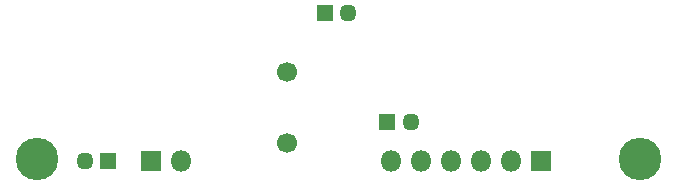
<source format=gbr>
%TF.GenerationSoftware,KiCad,Pcbnew,(5.1.6-0-10_14)*%
%TF.CreationDate,2020-10-15T10:38:44-05:00*%
%TF.ProjectId,MBRadio_4732_BO,4d425261-6469-46f5-9f34-3733325f424f,rev?*%
%TF.SameCoordinates,Original*%
%TF.FileFunction,Soldermask,Bot*%
%TF.FilePolarity,Negative*%
%FSLAX46Y46*%
G04 Gerber Fmt 4.6, Leading zero omitted, Abs format (unit mm)*
G04 Created by KiCad (PCBNEW (5.1.6-0-10_14)) date 2020-10-15 10:38:44*
%MOMM*%
%LPD*%
G01*
G04 APERTURE LIST*
%ADD10C,3.600000*%
%ADD11C,1.700000*%
%ADD12R,1.800000X1.800000*%
%ADD13O,1.800000X1.800000*%
%ADD14O,1.450000X1.450000*%
%ADD15R,1.450000X1.450000*%
G04 APERTURE END LIST*
D10*
%TO.C,REF\u002A\u002A*%
X82000000Y-104000000D03*
%TD*%
%TO.C,REF\u002A\u002A*%
X31000000Y-104000000D03*
%TD*%
D11*
%TO.C,J3*%
X52100000Y-102600000D03*
X52100000Y-96600000D03*
%TD*%
D12*
%TO.C,J6*%
X40640000Y-104140000D03*
D13*
X43180000Y-104140000D03*
%TD*%
D14*
%TO.C,J4*%
X57330000Y-91570000D03*
D15*
X55330000Y-91570000D03*
%TD*%
%TO.C,JP1*%
X37000000Y-104140000D03*
D14*
X35000000Y-104140000D03*
%TD*%
D12*
%TO.C,J7*%
X73660000Y-104140000D03*
D13*
X71120000Y-104140000D03*
X68580000Y-104140000D03*
X66040000Y-104140000D03*
X63500000Y-104140000D03*
X60960000Y-104140000D03*
%TD*%
D15*
%TO.C,JP2*%
X60610000Y-100830000D03*
D14*
X62610000Y-100830000D03*
%TD*%
M02*

</source>
